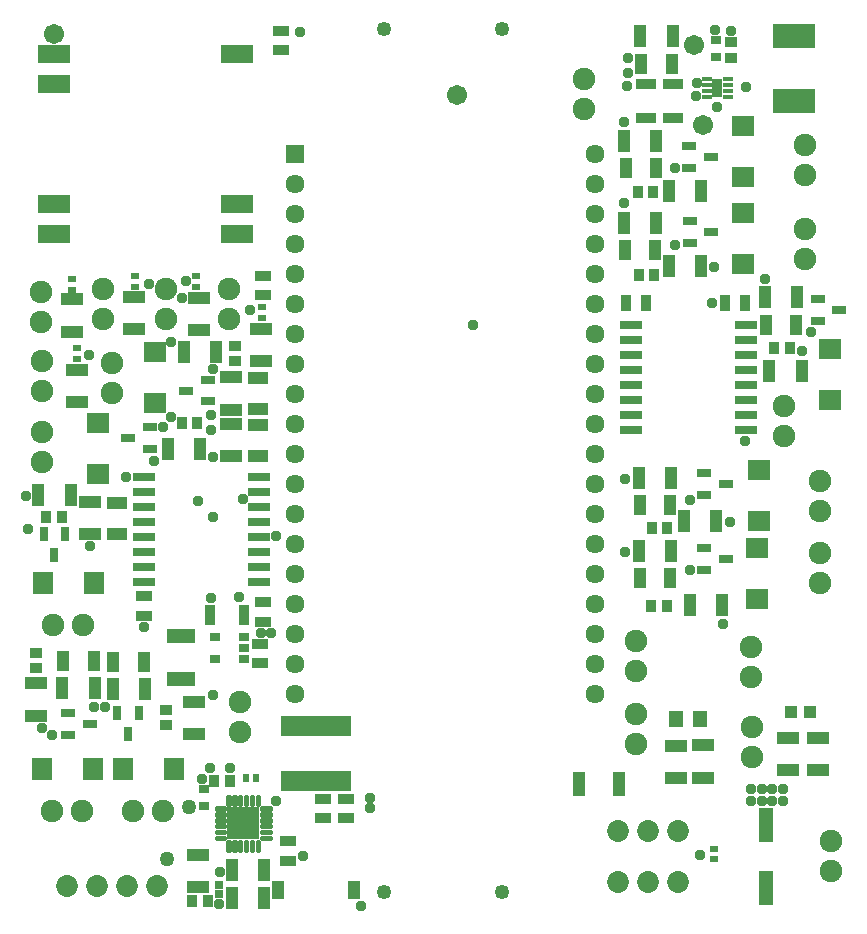
<source format=gbr>
G04 EAGLE Gerber RS-274X export*
G75*
%MOMM*%
%FSLAX34Y34*%
%LPD*%
%INSoldermask Top*%
%IPPOS*%
%AMOC8*
5,1,8,0,0,1.08239X$1,22.5*%
G01*
G04 Define Apertures*
%ADD10C,1.253200*%
%ADD11R,1.295400X2.895600*%
%ADD12R,1.402400X0.855600*%
%ADD13R,0.855600X1.752400*%
%ADD14R,0.952400X0.655600*%
%ADD15R,0.604800X0.702400*%
%ADD16R,0.863600X1.041400*%
%ADD17R,1.778000X1.828800*%
%ADD18R,1.828800X1.778000*%
%ADD19R,1.003200X1.003200*%
%ADD20R,1.303200X1.403200*%
%ADD21C,1.917700*%
%ADD22C,1.853200*%
%ADD23R,2.362200X1.168400*%
%ADD24R,5.892800X1.803400*%
%ADD25R,0.914400X1.041400*%
%ADD26R,1.041400X0.914400*%
%ADD27R,1.105600X1.752400*%
%ADD28R,1.117600X1.905000*%
%ADD29R,1.905000X1.117600*%
%ADD30R,1.752400X1.105600*%
%ADD31R,0.711200X0.711200*%
%ADD32R,1.092200X1.600200*%
%ADD33R,1.611200X1.611200*%
%ADD34C,1.611200*%
%ADD35R,0.876300X0.660400*%
%ADD36R,0.652400X0.605600*%
%ADD37R,1.168400X0.711200*%
%ADD38R,0.711200X1.168400*%
%ADD39R,0.812800X0.457200*%
%ADD40R,0.914400X1.498600*%
%ADD41R,3.603200X2.053200*%
%ADD42R,1.041400X0.863600*%
%ADD43R,1.117600X1.752600*%
%ADD44R,1.752400X0.855600*%
%ADD45C,0.269722*%
%ADD46R,2.803200X2.803200*%
%ADD47R,1.063200X2.023200*%
%ADD48R,2.703200X1.603200*%
%ADD49R,1.853200X0.803200*%
%ADD50R,0.855600X1.402400*%
%ADD51C,0.959600*%
%ADD52C,1.703200*%
%ADD53C,1.259600*%
D10*
X988822Y823595D03*
X889445Y823595D03*
X988822Y93409D03*
X889445Y93409D03*
D11*
X1212215Y96901D03*
X1212215Y149987D03*
D12*
X784262Y286983D03*
X784262Y303507D03*
D13*
X742023Y328041D03*
X770547Y328041D03*
D14*
X736480Y166248D03*
X736480Y180772D03*
D15*
X780692Y189732D03*
X772176Y189732D03*
D12*
X837761Y155502D03*
X837761Y172026D03*
X856805Y155558D03*
X856805Y172082D03*
X808016Y136024D03*
X808016Y119500D03*
D16*
X758782Y187154D03*
X745320Y187154D03*
D17*
X599131Y197251D03*
X642311Y197251D03*
X711073Y197485D03*
X667893Y197485D03*
D18*
X1193292Y698627D03*
X1193292Y741807D03*
X1193419Y625221D03*
X1193419Y668401D03*
X1267079Y509651D03*
X1267079Y552831D03*
X1206627Y407035D03*
X1206627Y450215D03*
X1205230Y341376D03*
X1205230Y384556D03*
X694817Y507111D03*
X694817Y550291D03*
X646684Y446786D03*
X646684Y489966D03*
D17*
X643396Y354800D03*
X600216Y354800D03*
D19*
X1249679Y245745D03*
X1233679Y245745D03*
D20*
X1156929Y239807D03*
X1135929Y239807D03*
D21*
X1267415Y136341D03*
X1267415Y110941D03*
X598735Y576136D03*
X598735Y601536D03*
X599299Y517673D03*
X599299Y543073D03*
X658353Y515503D03*
X658353Y540903D03*
X599878Y457666D03*
X599878Y483066D03*
X634616Y318935D03*
X609216Y318935D03*
X607695Y161671D03*
X633095Y161671D03*
X701802Y161925D03*
X676402Y161925D03*
X767150Y253759D03*
X767150Y228359D03*
X1199833Y300355D03*
X1199833Y274955D03*
X1102417Y279908D03*
X1102417Y305308D03*
X1245489Y700405D03*
X1245489Y725805D03*
X1058799Y756285D03*
X1058799Y781685D03*
X1102417Y243663D03*
X1102417Y218263D03*
X1201039Y233045D03*
X1201039Y207645D03*
D22*
X620693Y97910D03*
X646093Y97910D03*
X671493Y97910D03*
X696893Y97910D03*
X1087463Y101346D03*
X1112863Y101346D03*
X1138263Y101346D03*
X1087463Y144770D03*
X1112863Y144770D03*
X1138263Y144770D03*
D21*
X1245489Y629285D03*
X1245489Y654685D03*
X1227709Y479425D03*
X1227709Y504825D03*
X1258189Y415925D03*
X1258189Y441325D03*
X1258189Y354965D03*
X1258189Y380365D03*
X757936Y577954D03*
X757936Y603354D03*
X704723Y578286D03*
X704723Y603686D03*
X650852Y578516D03*
X650852Y603916D03*
D23*
X716915Y310261D03*
X716915Y273939D03*
D24*
X831856Y187149D03*
X831856Y234139D03*
D25*
X1117092Y685673D03*
X1104138Y685673D03*
D26*
X704342Y234188D03*
X704342Y247142D03*
D25*
X739648Y85598D03*
X726694Y85598D03*
X1117600Y615442D03*
X1104646Y615442D03*
X1219581Y553847D03*
X1232535Y553847D03*
X1129030Y401574D03*
X1116076Y401574D03*
X1128268Y335026D03*
X1115314Y335026D03*
D26*
X763221Y555879D03*
X763221Y542925D03*
D25*
X730631Y489968D03*
X717677Y489968D03*
X616006Y410465D03*
X603052Y410465D03*
D26*
X594732Y282566D03*
X594732Y295520D03*
D27*
X1118801Y636905D03*
X1092777Y636905D03*
D28*
X1238885Y596647D03*
X1211453Y596647D03*
D27*
X1238181Y573405D03*
X1212157Y573405D03*
D28*
X1130173Y686562D03*
X1157605Y686562D03*
X1130173Y623183D03*
X1157605Y623183D03*
X1215113Y534283D03*
X1242545Y534283D03*
X1132205Y443865D03*
X1104773Y443865D03*
D27*
X1131501Y421005D03*
X1105477Y421005D03*
D28*
X1142873Y407283D03*
X1170305Y407283D03*
X1132205Y381762D03*
X1104773Y381762D03*
X1147953Y336163D03*
X1175385Y336163D03*
D27*
X1131501Y359285D03*
X1105477Y359285D03*
D29*
X784860Y542417D03*
X784860Y569849D03*
X732028Y568960D03*
X732028Y596392D03*
X677672Y569595D03*
X677672Y597027D03*
X625094Y567436D03*
X625094Y594868D03*
X628904Y507746D03*
X628904Y535178D03*
X759714Y528828D03*
X759714Y501396D03*
D30*
X782574Y528124D03*
X782574Y502100D03*
D28*
X747092Y550652D03*
X719660Y550652D03*
D29*
X759714Y489458D03*
X759714Y462026D03*
D30*
X782574Y488355D03*
X782574Y462331D03*
D28*
X733552Y467975D03*
X706120Y467975D03*
D29*
X640334Y423418D03*
X640334Y395986D03*
D30*
X663194Y422714D03*
X663194Y396690D03*
D28*
X623626Y429169D03*
X596194Y429169D03*
X616712Y266065D03*
X644144Y266065D03*
D27*
X617135Y288975D03*
X643159Y288975D03*
D29*
X594243Y269905D03*
X594243Y242473D03*
D28*
X686689Y265430D03*
X659257Y265430D03*
D27*
X685604Y288290D03*
X659580Y288290D03*
D29*
X728224Y226949D03*
X728224Y254381D03*
D28*
X1119505Y729424D03*
X1092073Y729424D03*
D29*
X1256919Y196469D03*
X1256919Y223901D03*
X1159510Y190119D03*
X1159510Y217551D03*
X1135888Y217170D03*
X1135888Y189738D03*
X1231519Y223901D03*
X1231519Y196469D03*
D27*
X1119565Y706564D03*
X1093541Y706564D03*
D31*
X748947Y91412D03*
X748947Y99286D03*
D29*
X731901Y97409D03*
X731901Y124841D03*
D28*
X787591Y87975D03*
X760159Y87975D03*
X787591Y112157D03*
X760159Y112157D03*
X1119505Y659765D03*
X1092073Y659765D03*
D32*
X798875Y94621D03*
X863875Y94621D03*
D33*
X813689Y717935D03*
D34*
X1067689Y717935D03*
X813689Y692535D03*
X1067689Y692535D03*
X813689Y667135D03*
X1067689Y667135D03*
X813689Y641735D03*
X1067689Y641735D03*
X813689Y616335D03*
X1067689Y616335D03*
X813689Y590935D03*
X1067689Y590935D03*
X813689Y565535D03*
X1067689Y565535D03*
X813689Y540135D03*
X1067689Y540135D03*
X813689Y514735D03*
X1067689Y514735D03*
X813689Y489335D03*
X1067689Y489335D03*
X813689Y463935D03*
X1067689Y463935D03*
X813689Y438535D03*
X1067689Y438535D03*
X813689Y413135D03*
X1067689Y413135D03*
X813689Y387735D03*
X1067689Y387735D03*
X813689Y362335D03*
X1067689Y362335D03*
X813689Y336935D03*
X1067689Y336935D03*
X813689Y311535D03*
X1067689Y311535D03*
X813689Y286135D03*
X1067689Y286135D03*
X813689Y260735D03*
X1067689Y260735D03*
D35*
X770445Y290220D03*
X770445Y299720D03*
X770445Y309220D03*
X746189Y309220D03*
X746189Y290220D03*
D36*
X786003Y588204D03*
X786003Y579180D03*
X729702Y605850D03*
X729702Y614874D03*
X678434Y614874D03*
X678434Y605850D03*
X625094Y612334D03*
X625094Y603310D03*
X628904Y553914D03*
X628904Y544890D03*
D37*
X1147445Y724795D03*
X1147445Y706495D03*
X1165733Y715645D03*
X1160145Y447935D03*
X1160145Y429635D03*
X1178433Y438785D03*
X1147705Y661295D03*
X1147705Y642995D03*
X1165993Y652145D03*
X1256367Y595203D03*
X1256367Y576903D03*
X1274655Y586053D03*
X1160145Y384435D03*
X1160145Y366135D03*
X1178433Y375285D03*
X739648Y508502D03*
X739648Y526802D03*
X721360Y517652D03*
X690753Y468477D03*
X690753Y486777D03*
X672465Y477627D03*
D38*
X619090Y396683D03*
X600790Y396683D03*
X609940Y378395D03*
X681488Y244983D03*
X663188Y244983D03*
X672338Y226695D03*
D37*
X621538Y244735D03*
X621538Y226435D03*
X639826Y235585D03*
D39*
X1180211Y766565D03*
X1180211Y771565D03*
X1180211Y776565D03*
X1180211Y781565D03*
X1162177Y781565D03*
X1162177Y776565D03*
X1162177Y771565D03*
X1162177Y766565D03*
D40*
X1171194Y774065D03*
D41*
X1236599Y818028D03*
X1236599Y762528D03*
D14*
X1169924Y800458D03*
X1169924Y814982D03*
D42*
X1182624Y799719D03*
X1182624Y813181D03*
D43*
X1132713Y794385D03*
X1106805Y794385D03*
D44*
X1133729Y748373D03*
X1133729Y776897D03*
X1110869Y748373D03*
X1110869Y776897D03*
D28*
X1133475Y817626D03*
X1106043Y817626D03*
D45*
X758392Y128066D02*
X756356Y128066D01*
X756356Y136002D01*
X758392Y136002D01*
X758392Y128066D01*
X758392Y130628D02*
X756356Y130628D01*
X756356Y133190D02*
X758392Y133190D01*
X758392Y135752D02*
X756356Y135752D01*
X761356Y128066D02*
X763392Y128066D01*
X761356Y128066D02*
X761356Y136002D01*
X763392Y136002D01*
X763392Y128066D01*
X763392Y130628D02*
X761356Y130628D01*
X761356Y133190D02*
X763392Y133190D01*
X763392Y135752D02*
X761356Y135752D01*
X766356Y128066D02*
X768392Y128066D01*
X766356Y128066D02*
X766356Y136002D01*
X768392Y136002D01*
X768392Y128066D01*
X768392Y130628D02*
X766356Y130628D01*
X766356Y133190D02*
X768392Y133190D01*
X768392Y135752D02*
X766356Y135752D01*
X771356Y128066D02*
X773392Y128066D01*
X771356Y128066D02*
X771356Y136002D01*
X773392Y136002D01*
X773392Y128066D01*
X773392Y130628D02*
X771356Y130628D01*
X771356Y133190D02*
X773392Y133190D01*
X773392Y135752D02*
X771356Y135752D01*
X776356Y128066D02*
X778392Y128066D01*
X776356Y128066D02*
X776356Y136002D01*
X778392Y136002D01*
X778392Y128066D01*
X778392Y130628D02*
X776356Y130628D01*
X776356Y133190D02*
X778392Y133190D01*
X778392Y135752D02*
X776356Y135752D01*
X781356Y128066D02*
X783392Y128066D01*
X781356Y128066D02*
X781356Y136002D01*
X783392Y136002D01*
X783392Y128066D01*
X783392Y130628D02*
X781356Y130628D01*
X781356Y133190D02*
X783392Y133190D01*
X783392Y135752D02*
X781356Y135752D01*
X781356Y166766D02*
X783392Y166766D01*
X781356Y166766D02*
X781356Y174702D01*
X783392Y174702D01*
X783392Y166766D01*
X783392Y169328D02*
X781356Y169328D01*
X781356Y171890D02*
X783392Y171890D01*
X783392Y174452D02*
X781356Y174452D01*
X778392Y166766D02*
X776356Y166766D01*
X776356Y174702D01*
X778392Y174702D01*
X778392Y166766D01*
X778392Y169328D02*
X776356Y169328D01*
X776356Y171890D02*
X778392Y171890D01*
X778392Y174452D02*
X776356Y174452D01*
X773392Y166766D02*
X771356Y166766D01*
X771356Y174702D01*
X773392Y174702D01*
X773392Y166766D01*
X773392Y169328D02*
X771356Y169328D01*
X771356Y171890D02*
X773392Y171890D01*
X773392Y174452D02*
X771356Y174452D01*
X768392Y166766D02*
X766356Y166766D01*
X766356Y174702D01*
X768392Y174702D01*
X768392Y166766D01*
X768392Y169328D02*
X766356Y169328D01*
X766356Y171890D02*
X768392Y171890D01*
X768392Y174452D02*
X766356Y174452D01*
X763392Y166766D02*
X761356Y166766D01*
X761356Y174702D01*
X763392Y174702D01*
X763392Y166766D01*
X763392Y169328D02*
X761356Y169328D01*
X761356Y171890D02*
X763392Y171890D01*
X763392Y174452D02*
X761356Y174452D01*
X758392Y166766D02*
X756356Y166766D01*
X756356Y174702D01*
X758392Y174702D01*
X758392Y166766D01*
X758392Y169328D02*
X756356Y169328D01*
X756356Y171890D02*
X758392Y171890D01*
X758392Y174452D02*
X756356Y174452D01*
X754492Y162866D02*
X746556Y162866D01*
X746556Y164902D01*
X754492Y164902D01*
X754492Y162866D01*
X754492Y157866D02*
X746556Y157866D01*
X746556Y159902D01*
X754492Y159902D01*
X754492Y157866D01*
X754492Y152866D02*
X746556Y152866D01*
X746556Y154902D01*
X754492Y154902D01*
X754492Y152866D01*
X754492Y147866D02*
X746556Y147866D01*
X746556Y149902D01*
X754492Y149902D01*
X754492Y147866D01*
X754492Y142866D02*
X746556Y142866D01*
X746556Y144902D01*
X754492Y144902D01*
X754492Y142866D01*
X754492Y137866D02*
X746556Y137866D01*
X746556Y139902D01*
X754492Y139902D01*
X754492Y137866D01*
X785256Y137866D02*
X793192Y137866D01*
X785256Y137866D02*
X785256Y139902D01*
X793192Y139902D01*
X793192Y137866D01*
X793192Y142866D02*
X785256Y142866D01*
X785256Y144902D01*
X793192Y144902D01*
X793192Y142866D01*
X793192Y147866D02*
X785256Y147866D01*
X785256Y149902D01*
X793192Y149902D01*
X793192Y147866D01*
X793192Y152866D02*
X785256Y152866D01*
X785256Y154902D01*
X793192Y154902D01*
X793192Y152866D01*
X793192Y157866D02*
X785256Y157866D01*
X785256Y159902D01*
X793192Y159902D01*
X793192Y157866D01*
X793192Y162866D02*
X785256Y162866D01*
X785256Y164902D01*
X793192Y164902D01*
X793192Y162866D01*
D46*
X769874Y151384D03*
D36*
X1168527Y120837D03*
X1168527Y129861D03*
D47*
X1054495Y184531D03*
X1087995Y184531D03*
D48*
X609522Y802390D03*
X609522Y776990D03*
X609522Y675390D03*
X609522Y649990D03*
X764522Y649990D03*
X764522Y675390D03*
X764522Y802390D03*
D12*
X786257Y598290D03*
X786257Y614814D03*
X801495Y805761D03*
X801495Y822285D03*
D49*
X1098187Y573151D03*
X1098187Y560451D03*
X1098187Y547751D03*
X1098187Y535051D03*
X1098187Y522351D03*
X1098187Y509651D03*
X1098187Y496951D03*
X1098187Y484251D03*
X1195687Y484251D03*
X1195687Y496951D03*
X1195687Y509651D03*
X1195687Y522351D03*
X1195687Y535051D03*
X1195687Y547751D03*
X1195687Y560451D03*
X1195687Y573151D03*
X783445Y355854D03*
X783445Y368554D03*
X783445Y381254D03*
X783445Y393954D03*
X783445Y406654D03*
X783445Y419354D03*
X783445Y432054D03*
X783445Y444754D03*
X685945Y444754D03*
X685945Y432054D03*
X685945Y419354D03*
X685945Y406654D03*
X685945Y393954D03*
X685945Y381254D03*
X685945Y368554D03*
X685945Y355854D03*
D12*
X786857Y338462D03*
X786857Y321938D03*
X685800Y343542D03*
X685800Y327018D03*
D50*
X1110622Y591820D03*
X1094098Y591820D03*
X1194442Y591820D03*
X1177918Y591820D03*
D51*
X742696Y341757D03*
D52*
X1151255Y810253D03*
X951230Y768350D03*
D51*
X1183005Y822325D03*
X1169670Y822960D03*
X1094740Y775970D03*
X1092200Y745490D03*
X1135380Y706120D03*
X1135380Y641350D03*
X1092200Y676910D03*
X1168400Y622300D03*
X1167130Y591820D03*
X1211580Y612140D03*
X1250950Y567690D03*
X1243330Y551180D03*
X1195070Y474980D03*
X1148080Y425450D03*
X1093470Y443230D03*
X1093470Y381000D03*
X1148080Y365760D03*
X1182370Y406400D03*
X1176020Y320040D03*
X1200150Y170180D03*
X1209040Y170180D03*
X1217930Y170180D03*
X1226820Y170180D03*
X1200150Y180340D03*
X1209040Y180340D03*
X1217930Y180340D03*
X1226820Y180340D03*
X1156970Y124460D03*
X869950Y81280D03*
X820420Y123825D03*
X876935Y172720D03*
X741680Y198120D03*
X734695Y188595D03*
X608330Y226060D03*
X652780Y250190D03*
X744220Y260350D03*
X784860Y312420D03*
X793750Y312420D03*
X685800Y317500D03*
X599440Y232410D03*
X643890Y250190D03*
X670560Y444500D03*
X640080Y386080D03*
X588010Y400685D03*
X586204Y428625D03*
X701675Y487045D03*
X694690Y457835D03*
X744220Y535940D03*
X708660Y558800D03*
X817880Y821690D03*
X876935Y164056D03*
D52*
X609600Y819778D03*
D51*
X749145Y83185D03*
X1195705Y774700D03*
X1170940Y757555D03*
X742950Y497205D03*
X744220Y461645D03*
X797433Y170053D03*
X766559Y342607D03*
X964184Y572897D03*
X742315Y484505D03*
X708660Y495300D03*
D53*
X723900Y165100D03*
X705485Y121285D03*
D51*
X758825Y198120D03*
X749935Y109855D03*
X1095375Y786765D03*
X1153383Y767520D03*
D52*
X1159510Y742950D03*
D51*
X1153795Y778510D03*
X1095375Y799684D03*
X718185Y596011D03*
X721487Y610870D03*
X690118Y607568D03*
X775843Y585597D03*
X638937Y548132D03*
X769366Y425958D03*
X797433Y394589D03*
X744601Y411099D03*
X731393Y424307D03*
M02*

</source>
